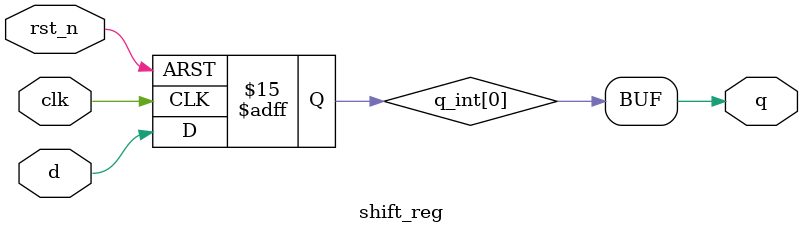
<source format=sv>
module shift_reg #(
    parameter DELAY = 1,
    parameter WIDTH = 1) (

    input wire clk,
    input wire rst_n,

    input wire [WIDTH-1:0] d,
    output wire [WIDTH-1:0] q
);

logic [WIDTH - 1 : 0] q_int[0 : DELAY - 1];

always @(posedge clk or negedge rst_n) begin
    if (!rst_n) begin
        for (int i = 0; i < DELAY; i++) begin
            q_int[i] <= '0;
        end
    end else begin
        q_int[0] <= d;
        for (int i = 1; i < DELAY; i++) begin
            q_int[i] <= q_int[i-1];
        end
    end
end

assign q = q_int[DELAY - 1];

endmodule: shift_reg
</source>
